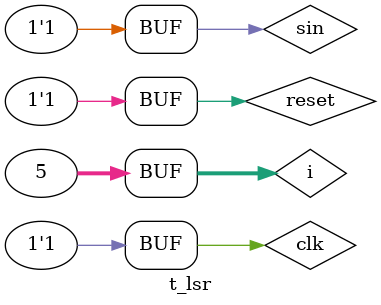
<source format=v>
`timescale 1ns/1ps
module t_lsr;
reg sin,clk,reset;
wire [3:0] A;

lsr LSR(.sin(sin), .clk(clk), .reset(reset), .A(A));
integer i;

initial begin
clk=0;
for(i=0;i<=4;i++)
#10 clk=~clk;
end

initial begin
$dumpfile("LSR.vcd");
$dumpvars(0,t_lsr);
reset=0;
#2                            //Always give a pause after resetting
reset=1;

sin=0;
#8
sin=1;
#8
sin=0;
#8
sin=0;
#8
sin=1;
end

initial
$monitor("%4b",A);

endmodule
</source>
